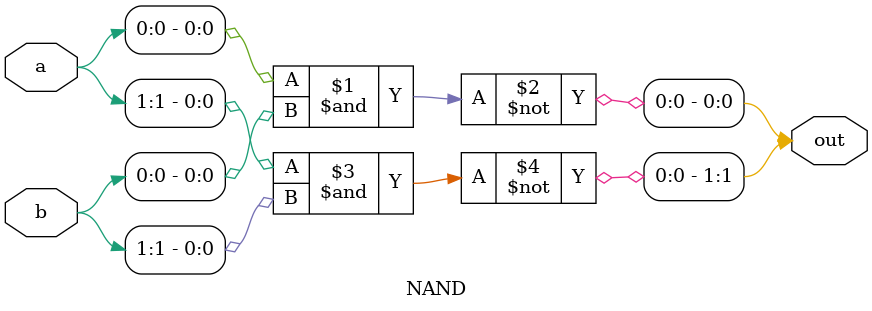
<source format=v>
`timescale 1ns / 1ps
module NAND(
    input [1:0]a,
	 input [1:0]b,
	 output [1:0]out);
	 nand (out[0], a[0], b[0]);
	 nand (out[1], a[1], b[1]);
endmodule

</source>
